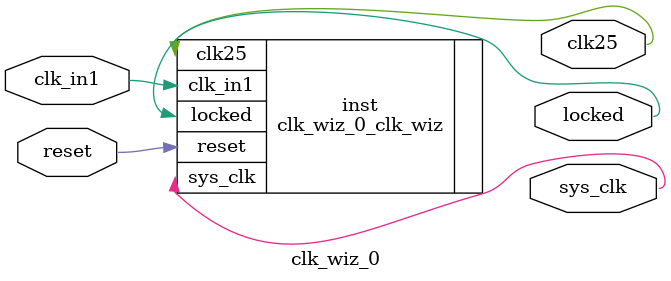
<source format=v>


`timescale 1ps/1ps

(* CORE_GENERATION_INFO = "clk_wiz_0,clk_wiz_v6_0_4_0_0,{component_name=clk_wiz_0,use_phase_alignment=true,use_min_o_jitter=false,use_max_i_jitter=false,use_dyn_phase_shift=false,use_inclk_switchover=false,use_dyn_reconfig=false,enable_axi=0,feedback_source=FDBK_AUTO,PRIMITIVE=PLL,num_out_clk=2,clkin1_period=10.0,clkin2_period=10.0,use_power_down=false,use_reset=true,use_locked=true,use_inclk_stopped=false,feedback_type=SINGLE,CLOCK_MGR_TYPE=NA,manual_override=false}" *)

module clk_wiz_0 
 (
  // Clock out ports
  output        clk25,
  output        sys_clk,
  // Status and control signals
  input         reset,
  output        locked,
 // Clock in ports
  input         clk_in1
 );

  clk_wiz_0_clk_wiz inst
  (
  // Clock out ports  
  .clk25(clk25),
  .sys_clk(sys_clk),
  // Status and control signals               
  .reset(reset), 
  .locked(locked),
 // Clock in ports
  .clk_in1(clk_in1)
  );

endmodule

</source>
